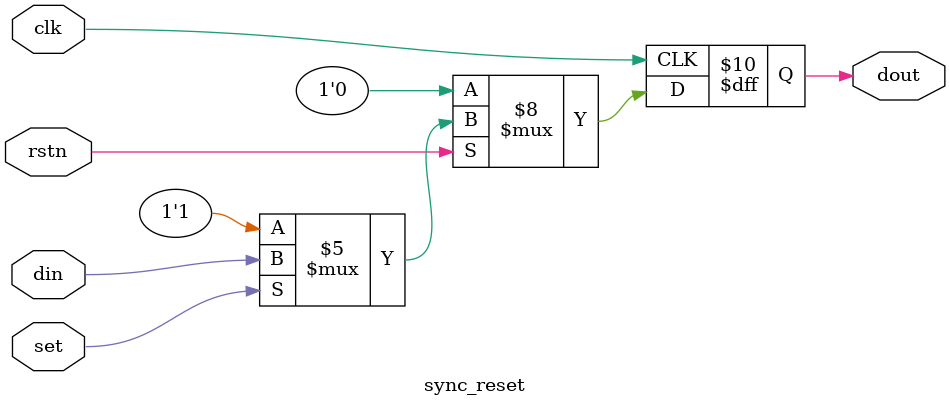
<source format=v>


module sync_reset(
    input rstn,
    input clk,
    input din,
    input set,
    output reg dout
    );
    
    always @(posedge clk)begin
    if(!rstn) dout<= 1'b0;
    else if(!set) dout<=1'b1;
    else dout <= din;
    end
    
endmodule

</source>
